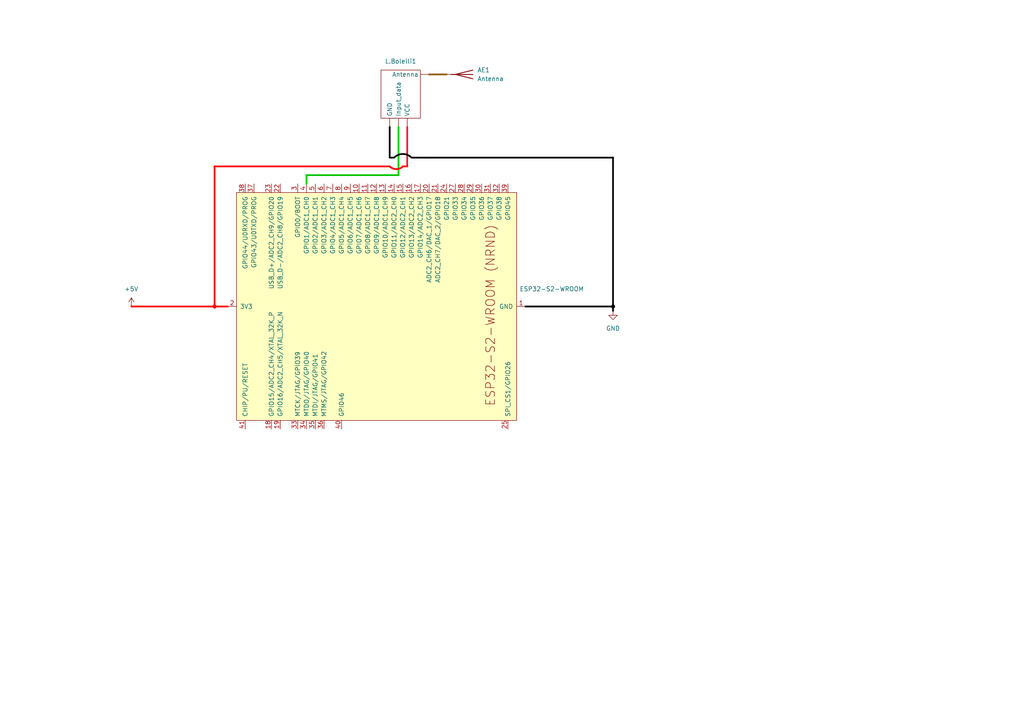
<source format=kicad_sch>
(kicad_sch (version 20230121) (generator eeschema)
  (paper "A4")
  (lib_symbols
    (symbol "Device:Antenna" (pin_numbers hide) (pin_names (offset 1.016) hide)
      (property "Reference" "AE" (at -1.905 1.905 0))
      (property "Value" "Antenna" (at -1.905 0 0))
      (symbol "Antenna_0_1"
        (polyline (pts (xy 0 2.54) (xy 0 -3.81)) (stroke (width 0.254)))
        (polyline (pts (xy 1.27 2.54) (xy 0 -2.54) (xy -1.27 2.54)) (stroke (width 0.254)))
      )
      (symbol "Antenna_1_1"
        (pin input line (at 0 -5.08 90) (length 2.54) (name "A") (number "1"))
      )
    )
    (symbol "PCM_Espressif:ESP32-S2-WROOM" (pin_names (offset 1.016))
      (property "Reference" "U" (at -33.02 45.72 0))
      (property "Value" "ESP32-S2-WROOM" (at -33.02 43.18 0))
      (symbol "ESP32-S2-WROOM_0_0"
        (pin passive line (at 0 -43.18 90) (length 2.54) hide (name "GND") (number "43"))
      )
      (symbol "ESP32-S2-WROOM_0_1"
        (rectangle (start -33.02 40.64) (end 33.02 -40.64) (fill (type background)))
      )
      (symbol "ESP32-S2-WROOM_1_1"
        (text "ESP32-S2-WROOM (NRND)" (at -2.54 -33.02 0) (effects (font (size 2.54 2.54))))
        (pin power_in line (at 0 -43.18 90) (length 2.54) (name "GND") (number "1"))
        (pin bidirectional line (at 35.56 5.08 180) (length 2.54) (name "GPIO7/ADC1_CH6") (number "10"))
        (pin bidirectional line (at 35.56 2.54 180) (length 2.54) (name "GPIO8/ADC1_CH7") (number "11"))
        (pin bidirectional line (at 35.56 0 180) (length 2.54) (name "GPIO9/ADC1_CH8") (number "12"))
        (pin bidirectional line (at 35.56 -2.54 180) (length 2.54) (name "GPIO10/ADC1_CH9") (number "13"))
        (pin bidirectional line (at 35.56 -5.08 180) (length 2.54) (name "GPIO11/ADC2_CH0") (number "14"))
        (pin bidirectional line (at 35.56 -7.62 180) (length 2.54) (name "GPIO12/ADC2_CH1") (number "15"))
        (pin bidirectional line (at 35.56 -10.16 180) (length 2.54) (name "GPIO13/ADC2_CH2") (number "16"))
        (pin bidirectional line (at 35.56 -12.7 180) (length 2.54) (name "GPIO14/ADC2_CH3") (number "17"))
        (pin bidirectional line (at -35.56 30.48 0) (length 2.54) (name "GPIO15/ADC2_CH4/XTAL_32K_P") (number "18"))
        (pin bidirectional line (at -35.56 27.94 0) (length 2.54) (name "GPIO16/ADC2_CH5/XTAL_32K_N") (number "19"))
        (pin power_in line (at 0 43.18 270) (length 2.54) (name "3V3") (number "2"))
        (pin bidirectional line (at 35.56 -15.24 180) (length 2.54) (name "ADC2_CH6/DAC_1/GPIO17") (number "20"))
        (pin bidirectional line (at 35.56 -17.78 180) (length 2.54) (name "ADC2_CH7/DAC_2/GPIO18") (number "21"))
        (pin bidirectional line (at 35.56 27.94 180) (length 2.54) (name "USB_D-/ADC2_CH8/GPIO19") (number "22"))
        (pin bidirectional line (at 35.56 30.48 180) (length 2.54) (name "USB_D+/ADC2_CH9/GPIO20") (number "23"))
        (pin bidirectional line (at 35.56 -20.32 180) (length 2.54) (name "GPIO21") (number "24"))
        (pin bidirectional line (at -35.56 -38.1 0) (length 2.54) (name "SPI_CS1/GPIO26") (number "25"))
        (pin passive line (at 0 -43.18 90) (length 2.54) hide (name "GND") (number "26"))
        (pin bidirectional line (at 35.56 -22.86 180) (length 2.54) (name "GPIO33") (number "27"))
        (pin bidirectional line (at 35.56 -25.4 180) (length 2.54) (name "GPIO34") (number "28"))
        (pin bidirectional line (at 35.56 -27.94 180) (length 2.54) (name "GPIO35") (number "29"))
        (pin bidirectional line (at 35.56 22.86 180) (length 2.54) (name "GPIO0/BOOT") (number "3"))
        (pin bidirectional line (at 35.56 -30.48 180) (length 2.54) (name "GPIO36") (number "30"))
        (pin bidirectional line (at 35.56 -33.02 180) (length 2.54) (name "GPIO37") (number "31"))
        (pin bidirectional line (at 35.56 -35.56 180) (length 2.54) (name "GPIO38") (number "32"))
        (pin bidirectional line (at -35.56 22.86 0) (length 2.54) (name "MTCK/JTAG/GPIO39") (number "33"))
        (pin bidirectional line (at -35.56 20.32 0) (length 2.54) (name "MTDO/JTAG/GPIO40") (number "34"))
        (pin bidirectional line (at -35.56 17.78 0) (length 2.54) (name "MTDI/JTAG/GPIO41") (number "35"))
        (pin bidirectional line (at -35.56 15.24 0) (length 2.54) (name "MTMS/JTAG/GPIO42") (number "36"))
        (pin bidirectional line (at 35.56 35.56 180) (length 2.54) (name "GPIO43/U0TXD/PROG") (number "37"))
        (pin bidirectional line (at 35.56 38.1 180) (length 2.54) (name "GPIO44/U0RXD/PROG") (number "38"))
        (pin bidirectional line (at 35.56 -38.1 180) (length 2.54) (name "GPIO45") (number "39"))
        (pin bidirectional line (at 35.56 20.32 180) (length 2.54) (name "GPIO1/ADC1_CH0") (number "4"))
        (pin input line (at -35.56 10.16 0) (length 2.54) (name "GPIO46") (number "40"))
        (pin input line (at -35.56 38.1 0) (length 2.54) (name "CHIP/PU/RESET") (number "41"))
        (pin passive line (at 0 -43.18 90) (length 2.54) hide (name "GND") (number "42"))
        (pin bidirectional line (at 35.56 17.78 180) (length 2.54) (name "GPIO2/ADC1_CH1") (number "5"))
        (pin bidirectional line (at 35.56 15.24 180) (length 2.54) (name "GPIO3/ADC1_CH2") (number "6"))
        (pin bidirectional line (at 35.56 12.7 180) (length 2.54) (name "GPIO4/ADC1_CH3") (number "7"))
        (pin bidirectional line (at 35.56 10.16 180) (length 2.54) (name "GPIO5/ADC1_CH4") (number "8"))
        (pin bidirectional line (at 35.56 7.62 180) (length 2.54) (name "GPIO6/ADC1_CH5") (number "9"))
      )
    )
    (symbol "RF433MHZ_Transmitter_module_5V:433_MHZ_TX"
      (property "Reference" "L.Bolelli" (at 0 22.86 0))
      (symbol "433_MHZ_TX_0_1"
        (rectangle (start -3.81 0) (end -3.81 0))
        (rectangle (start -3.81 13.97) (end 7.62 0))
      )
      (symbol "433_MHZ_TX_1_1"
        (pin input line (at 10.16 12.7 180) (length 2.54) (name "Antenna") (number ""))
        (pin output line (at -1.27 -2.54 90) (length 2.54) (name "GND") (number ""))
        (pin input line (at 1.27 -2.54 90) (length 2.54) (name "Input_data") (number ""))
        (pin power_in line (at 3.81 -2.54 90) (length 2.54) (name "VCC") (number ""))
      )
    )
    (symbol "power:+5V" (power) (pin_names (offset 0))
      (property "Value" "+5V" (at 0 3.556 0))
      (symbol "+5V_0_1"
        (polyline (pts (xy -0.762 1.27) (xy 0 2.54)))
        (polyline (pts (xy 0 0) (xy 0 2.54)))
        (polyline (pts (xy 0 2.54) (xy 0.762 1.27)))
      )
      (symbol "+5V_1_1"
        (pin power_in line (at 0 0 90) (length 0) hide (name "+5V") (number "1"))
      )
    )
    (symbol "power:GND" (power) (pin_names (offset 0))
      (property "Value" "GND" (at 0 -3.81 0))
      (symbol "GND_0_1"
        (polyline (pts (xy 0 0) (xy 0 -1.27) (xy 1.27 -1.27) (xy 0 -2.54) (xy -1.27 -1.27) (xy 0 -1.27)))
      )
      (symbol "GND_1_1"
        (pin power_in line (at 0 0 270) (length 0) hide (name "GND") (number "1"))
      )
    )
  )
  (junction (at 177.8 88.9) (diameter 1) (color 0 0 0 1))
  (junction (at 62.23 88.9) (diameter 1) (color 255 0 0 1))
  (wire (pts (xy 124.46 21.59) (xy 129.54 21.59)) (stroke (width 0.5) (color 128 77 0 1)))
  (wire (pts (xy 113.03 45.72) (xy 114.3 45.72)) (stroke (width 0.5) (color 0 0 0 1)))
  (wire (pts (xy 115.57 36.83) (xy 115.57 50.8)) (stroke (width 0.5) (color 0 194 0 1)))
  (wire (pts (xy 177.8 45.72) (xy 177.8 88.9)) (stroke (width 0.5) (color 0 0 0 1)))
  (wire (pts (xy 62.23 48.26) (xy 113.03 48.26)) (stroke (width 0.5) (color 255 0 0 1)))
  (wire (pts (xy 152.4 88.9) (xy 177.8 88.9)) (stroke (width 0.5) (color 0 0 0 1)))
  (wire (pts (xy 113.03 36.83) (xy 113.03 45.72)) (stroke (width 0.5) (color 0 0 0 1)))
  (wire (pts (xy 177.8 88.9) (xy 177.8 90.17)) (stroke (width 0.5) (color 0 0 0 1)))
  (wire (pts (xy 62.23 48.26) (xy 62.23 88.9)) (stroke (width 0.5) (color 255 0 0 1)))
  (wire (pts (xy 118.11 36.83) (xy 118.11 48.26)) (stroke (width 0.5) (color 255 13 36 1)))
  (wire (pts (xy 88.9 50.8) (xy 88.9 53.34)) (stroke (width 0.5) (color 0 194 0 1)))
  (wire (pts (xy 62.23 88.9) (xy 66.04 88.9)) (stroke (width 0.5) (color 255 0 0 1)))
  (wire (pts (xy 115.57 50.8) (xy 88.9 50.8)) (stroke (width 0.5) (color 0 194 0 1)))
  (wire (pts (xy 119.38 45.72) (xy 177.8 45.72)) (stroke (width 0.5) (color 0 0 0 1)))
  (wire (pts (xy 116.84 48.26) (xy 118.11 48.26)) (stroke (width 0.5) (color 255 0 0 1)))
  (wire (pts (xy 38.1 88.9) (xy 62.23 88.9)) (stroke (width 0.5) (color 255 0 0 1)))
  (arc (start 114.3 45.72) (mid 116.84 44.6679) (end 119.38 45.72) (stroke (width 0.5) (color 0 0 0 1)))
  (arc (start 124.46 45.72) (mid 124.46 45.72) (end 124.46 45.72))
  (arc (start 116.84 48.26) (mid 114.935 49.0491) (end 113.03 48.26) (stroke (width 0.5) (color 255 0 0 1)))
  (symbol (lib_id "power:GND") (at 177.8 90.17 0) (unit 1)
    (property "Reference" "#PWR02" (effects hide))
    (property "Value" "GND" (at 177.8 95.25 0))
  )
  (symbol (lib_id "Device:Antenna") (at 134.62 21.59 270) (unit 1)
    (property "Reference" "AE1" (at 138.43 20.32 90) (effects (justify left)))
    (property "Value" "Antenna" (at 138.43 22.86 90) (effects (justify left)))
  )
  (symbol (lib_id "RF433MHZ_Transmitter_module_5V:433_MHZ_TX") (at 114.3 34.29 0) (unit 1)
    (property "Reference" "L.Bolelli1" (at 116.205 17.78 0))
    (property "Value" "~" (at 114.3 34.29 0))
  )
  (symbol (lib_id "power:+5V") (at 38.1 88.9 0) (unit 1)
    (property "Reference" "#PWR01" (effects hide))
    (property "Value" "+5V" (at 38.1 83.82 0))
  )
  (symbol (lib_id "PCM_Espressif:ESP32-S2-WROOM") (at 109.22 88.9 90) (unit 1)
    (property "Reference" "U1" (effects hide))
    (property "Value" "ESP32-S2-WROOM" (at 160.02 83.82 90))
    (property "Footprint" "PCM_Espressif:ESP32-S2-WROOM" (effects hide))
    (property "Datasheet" "https://www.espressif.com/sites/default/files/documentation/esp32-s2-wroom_esp32-s2-wroom-i_datasheet_en.pdf" (effects hide))
  )
)
</source>
